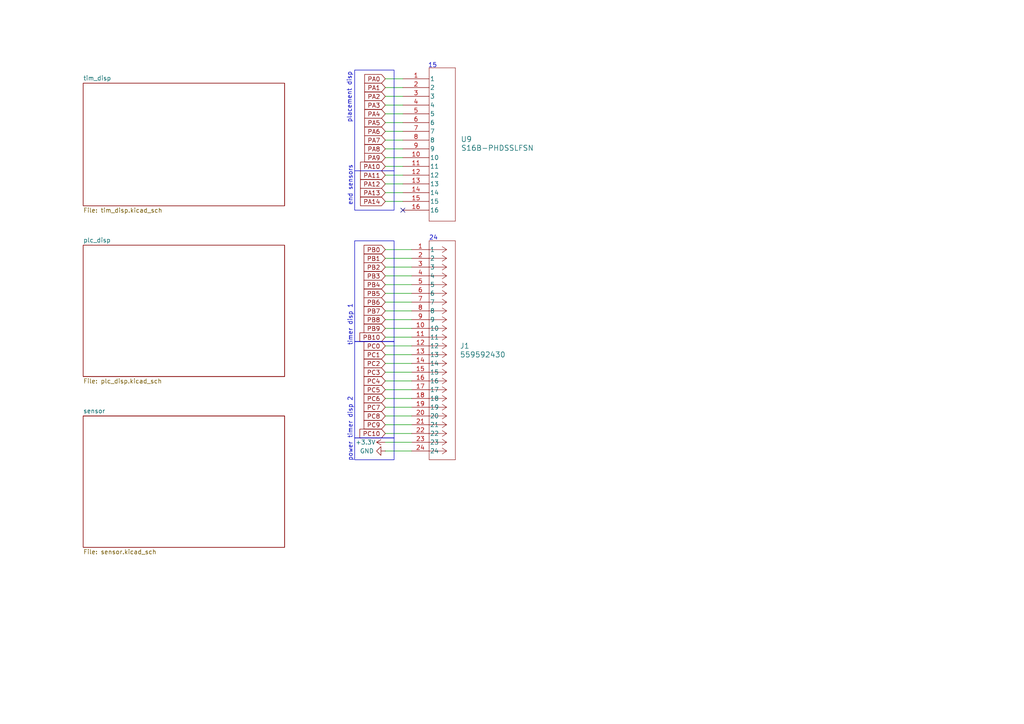
<source format=kicad_sch>
(kicad_sch (version 20231120) (generator "eeschema") (generator_version "8.0")
  (paper "A4")
  (lib_symbols
    (symbol "CONN HEADER 16POS 2MM:S16B-PHDSSLFSN" (pin_names (offset 0.254))
      (property "Reference" "U9" (at 8.636 8.128 0))
      (property "Value" "S16B-PHDSSLFSN" (at 8.636 5.588 0))
      (symbol "S16B-PHDSSLFSN_0_1"
        (polyline (pts (xy 7.62 -41.275) (xy 15.24 -41.275)) (stroke (width 0.127)))
        (polyline (pts (xy 7.62 3.175) (xy 7.62 -41.275)) (stroke (width 0.127)))
        (polyline (pts (xy 15.24 -41.275) (xy 15.24 3.175)) (stroke (width 0.127)))
        (polyline (pts (xy 15.24 3.175) (xy 7.62 3.175)) (stroke (width 0.127)))
        (pin unspecified line (at 0 0 0) (length 7.62) (name "1") (number "1"))
        (pin unspecified line (at 0 -22.86 0) (length 7.62) (name "10") (number "10"))
        (pin unspecified line (at 0 -25.4 0) (length 7.62) (name "11") (number "11"))
        (pin unspecified line (at 0 -27.94 0) (length 7.62) (name "12") (number "12"))
        (pin unspecified line (at 0 -30.48 0) (length 7.62) (name "13") (number "13"))
        (pin unspecified line (at 0 -33.02 0) (length 7.62) (name "14") (number "14"))
        (pin unspecified line (at 0 -35.56 0) (length 7.62) (name "15") (number "15"))
        (pin unspecified line (at 0 -38.1 0) (length 7.62) (name "16") (number "16"))
        (pin unspecified line (at 0 -2.54 0) (length 7.62) (name "2") (number "2"))
        (pin unspecified line (at 0 -5.08 0) (length 7.62) (name "3") (number "3"))
        (pin unspecified line (at 0 -7.62 0) (length 7.62) (name "4") (number "4"))
        (pin unspecified line (at 0 -10.16 0) (length 7.62) (name "5") (number "5"))
        (pin unspecified line (at 0 -12.7 0) (length 7.62) (name "6") (number "6"))
        (pin unspecified line (at 0 -15.24 0) (length 7.62) (name "7") (number "7"))
        (pin unspecified line (at 0 -17.78 0) (length 7.62) (name "8") (number "8"))
        (pin unspecified line (at 0 -20.32 0) (length 7.62) (name "9") (number "9"))
      )
    )
    (symbol "CONN HEADER 24POS 2MM:559592430" (pin_names (offset 0.254))
      (property "Reference" "J" (at 8.89 6.35 0))
      (property "Value" "559592430" (at 0 0 0))
      (symbol "559592430_1_1"
        (polyline (pts (xy 5.08 -60.96) (xy 12.7 -60.96)) (stroke (width 0.127)))
        (polyline (pts (xy 5.08 2.54) (xy 5.08 -60.96)) (stroke (width 0.127)))
        (polyline (pts (xy 10.16 -58.42) (xy 5.08 -58.42)) (stroke (width 0.127)))
        (polyline (pts (xy 10.16 -58.42) (xy 8.89 -59.2667)) (stroke (width 0.127)))
        (polyline (pts (xy 10.16 -58.42) (xy 8.89 -57.5733)) (stroke (width 0.127)))
        (polyline (pts (xy 10.16 -55.88) (xy 5.08 -55.88)) (stroke (width 0.127)))
        (polyline (pts (xy 10.16 -55.88) (xy 8.89 -56.7267)) (stroke (width 0.127)))
        (polyline (pts (xy 10.16 -55.88) (xy 8.89 -55.0333)) (stroke (width 0.127)))
        (polyline (pts (xy 10.16 -53.34) (xy 5.08 -53.34)) (stroke (width 0.127)))
        (polyline (pts (xy 10.16 -53.34) (xy 8.89 -54.1867)) (stroke (width 0.127)))
        (polyline (pts (xy 10.16 -53.34) (xy 8.89 -52.4933)) (stroke (width 0.127)))
        (polyline (pts (xy 10.16 -50.8) (xy 5.08 -50.8)) (stroke (width 0.127)))
        (polyline (pts (xy 10.16 -50.8) (xy 8.89 -51.6467)) (stroke (width 0.127)))
        (polyline (pts (xy 10.16 -50.8) (xy 8.89 -49.9533)) (stroke (width 0.127)))
        (polyline (pts (xy 10.16 -48.26) (xy 5.08 -48.26)) (stroke (width 0.127)))
        (polyline (pts (xy 10.16 -48.26) (xy 8.89 -49.1067)) (stroke (width 0.127)))
        (polyline (pts (xy 10.16 -48.26) (xy 8.89 -47.4133)) (stroke (width 0.127)))
        (polyline (pts (xy 10.16 -45.72) (xy 5.08 -45.72)) (stroke (width 0.127)))
        (polyline (pts (xy 10.16 -45.72) (xy 8.89 -46.5667)) (stroke (width 0.127)))
        (polyline (pts (xy 10.16 -45.72) (xy 8.89 -44.8733)) (stroke (width 0.127)))
        (polyline (pts (xy 10.16 -43.18) (xy 5.08 -43.18)) (stroke (width 0.127)))
        (polyline (pts (xy 10.16 -43.18) (xy 8.89 -44.0267)) (stroke (width 0.127)))
        (polyline (pts (xy 10.16 -43.18) (xy 8.89 -42.3333)) (stroke (width 0.127)))
        (polyline (pts (xy 10.16 -40.64) (xy 5.08 -40.64)) (stroke (width 0.127)))
        (polyline (pts (xy 10.16 -40.64) (xy 8.89 -41.4867)) (stroke (width 0.127)))
        (polyline (pts (xy 10.16 -40.64) (xy 8.89 -39.7933)) (stroke (width 0.127)))
        (polyline (pts (xy 10.16 -38.1) (xy 5.08 -38.1)) (stroke (width 0.127)))
        (polyline (pts (xy 10.16 -38.1) (xy 8.89 -38.9467)) (stroke (width 0.127)))
        (polyline (pts (xy 10.16 -38.1) (xy 8.89 -37.2533)) (stroke (width 0.127)))
        (polyline (pts (xy 10.16 -35.56) (xy 5.08 -35.56)) (stroke (width 0.127)))
        (polyline (pts (xy 10.16 -35.56) (xy 8.89 -36.4067)) (stroke (width 0.127)))
        (polyline (pts (xy 10.16 -35.56) (xy 8.89 -34.7133)) (stroke (width 0.127)))
        (polyline (pts (xy 10.16 -33.02) (xy 5.08 -33.02)) (stroke (width 0.127)))
        (polyline (pts (xy 10.16 -33.02) (xy 8.89 -33.8667)) (stroke (width 0.127)))
        (polyline (pts (xy 10.16 -33.02) (xy 8.89 -32.1733)) (stroke (width 0.127)))
        (polyline (pts (xy 10.16 -30.48) (xy 5.08 -30.48)) (stroke (width 0.127)))
        (polyline (pts (xy 10.16 -30.48) (xy 8.89 -31.3267)) (stroke (width 0.127)))
        (polyline (pts (xy 10.16 -30.48) (xy 8.89 -29.6333)) (stroke (width 0.127)))
        (polyline (pts (xy 10.16 -27.94) (xy 5.08 -27.94)) (stroke (width 0.127)))
        (polyline (pts (xy 10.16 -27.94) (xy 8.89 -28.7867)) (stroke (width 0.127)))
        (polyline (pts (xy 10.16 -27.94) (xy 8.89 -27.0933)) (stroke (width 0.127)))
        (polyline (pts (xy 10.16 -25.4) (xy 5.08 -25.4)) (stroke (width 0.127)))
        (polyline (pts (xy 10.16 -25.4) (xy 8.89 -26.2467)) (stroke (width 0.127)))
        (polyline (pts (xy 10.16 -25.4) (xy 8.89 -24.5533)) (stroke (width 0.127)))
        (polyline (pts (xy 10.16 -22.86) (xy 5.08 -22.86)) (stroke (width 0.127)))
        (polyline (pts (xy 10.16 -22.86) (xy 8.89 -23.7067)) (stroke (width 0.127)))
        (polyline (pts (xy 10.16 -22.86) (xy 8.89 -22.0133)) (stroke (width 0.127)))
        (polyline (pts (xy 10.16 -20.32) (xy 5.08 -20.32)) (stroke (width 0.127)))
        (polyline (pts (xy 10.16 -20.32) (xy 8.89 -21.1667)) (stroke (width 0.127)))
        (polyline (pts (xy 10.16 -20.32) (xy 8.89 -19.4733)) (stroke (width 0.127)))
        (polyline (pts (xy 10.16 -17.78) (xy 5.08 -17.78)) (stroke (width 0.127)))
        (polyline (pts (xy 10.16 -17.78) (xy 8.89 -18.6267)) (stroke (width 0.127)))
        (polyline (pts (xy 10.16 -17.78) (xy 8.89 -16.9333)) (stroke (width 0.127)))
        (polyline (pts (xy 10.16 -15.24) (xy 5.08 -15.24)) (stroke (width 0.127)))
        (polyline (pts (xy 10.16 -15.24) (xy 8.89 -16.0867)) (stroke (width 0.127)))
        (polyline (pts (xy 10.16 -15.24) (xy 8.89 -14.3933)) (stroke (width 0.127)))
        (polyline (pts (xy 10.16 -12.7) (xy 5.08 -12.7)) (stroke (width 0.127)))
        (polyline (pts (xy 10.16 -12.7) (xy 8.89 -13.5467)) (stroke (width 0.127)))
        (polyline (pts (xy 10.16 -12.7) (xy 8.89 -11.8533)) (stroke (width 0.127)))
        (polyline (pts (xy 10.16 -10.16) (xy 5.08 -10.16)) (stroke (width 0.127)))
        (polyline (pts (xy 10.16 -10.16) (xy 8.89 -11.0067)) (stroke (width 0.127)))
        (polyline (pts (xy 10.16 -10.16) (xy 8.89 -9.3133)) (stroke (width 0.127)))
        (polyline (pts (xy 10.16 -7.62) (xy 5.08 -7.62)) (stroke (width 0.127)))
        (polyline (pts (xy 10.16 -7.62) (xy 8.89 -8.4667)) (stroke (width 0.127)))
        (polyline (pts (xy 10.16 -7.62) (xy 8.89 -6.7733)) (stroke (width 0.127)))
        (polyline (pts (xy 10.16 -5.08) (xy 5.08 -5.08)) (stroke (width 0.127)))
        (polyline (pts (xy 10.16 -5.08) (xy 8.89 -5.9267)) (stroke (width 0.127)))
        (polyline (pts (xy 10.16 -5.08) (xy 8.89 -4.2333)) (stroke (width 0.127)))
        (polyline (pts (xy 10.16 -2.54) (xy 5.08 -2.54)) (stroke (width 0.127)))
        (polyline (pts (xy 10.16 -2.54) (xy 8.89 -3.3867)) (stroke (width 0.127)))
        (polyline (pts (xy 10.16 -2.54) (xy 8.89 -1.6933)) (stroke (width 0.127)))
        (polyline (pts (xy 10.16 0) (xy 5.08 0)) (stroke (width 0.127)))
        (polyline (pts (xy 10.16 0) (xy 8.89 -0.8467)) (stroke (width 0.127)))
        (polyline (pts (xy 10.16 0) (xy 8.89 0.8467)) (stroke (width 0.127)))
        (polyline (pts (xy 12.7 -60.96) (xy 12.7 2.54)) (stroke (width 0.127)))
        (polyline (pts (xy 12.7 2.54) (xy 5.08 2.54)) (stroke (width 0.127)))
        (pin unspecified line (at 0 0 0) (length 5.08) (name "1") (number "1"))
        (pin unspecified line (at 0 -22.86 0) (length 5.08) (name "10") (number "10"))
        (pin unspecified line (at 0 -25.4 0) (length 5.08) (name "11") (number "11"))
        (pin unspecified line (at 0 -27.94 0) (length 5.08) (name "12") (number "12"))
        (pin unspecified line (at 0 -30.48 0) (length 5.08) (name "13") (number "13"))
        (pin unspecified line (at 0 -33.02 0) (length 5.08) (name "14") (number "14"))
        (pin unspecified line (at 0 -35.56 0) (length 5.08) (name "15") (number "15"))
        (pin unspecified line (at 0 -38.1 0) (length 5.08) (name "16") (number "16"))
        (pin unspecified line (at 0 -40.64 0) (length 5.08) (name "17") (number "17"))
        (pin unspecified line (at 0 -43.18 0) (length 5.08) (name "18") (number "18"))
        (pin unspecified line (at 0 -45.72 0) (length 5.08) (name "19") (number "19"))
        (pin unspecified line (at 0 -2.54 0) (length 5.08) (name "2") (number "2"))
        (pin unspecified line (at 0 -48.26 0) (length 5.08) (name "20") (number "20"))
        (pin unspecified line (at 0 -50.8 0) (length 5.08) (name "21") (number "21"))
        (pin unspecified line (at 0 -53.34 0) (length 5.08) (name "22") (number "22"))
        (pin unspecified line (at 0 -55.88 0) (length 5.08) (name "23") (number "23"))
        (pin unspecified line (at 0 -58.42 0) (length 5.08) (name "24") (number "24"))
        (pin unspecified line (at 0 -5.08 0) (length 5.08) (name "3") (number "3"))
        (pin unspecified line (at 0 -7.62 0) (length 5.08) (name "4") (number "4"))
        (pin unspecified line (at 0 -10.16 0) (length 5.08) (name "5") (number "5"))
        (pin unspecified line (at 0 -12.7 0) (length 5.08) (name "6") (number "6"))
        (pin unspecified line (at 0 -15.24 0) (length 5.08) (name "7") (number "7"))
        (pin unspecified line (at 0 -17.78 0) (length 5.08) (name "8") (number "8"))
        (pin unspecified line (at 0 -20.32 0) (length 5.08) (name "9") (number "9"))
      )
      (symbol "559592430_1_2"
        (polyline (pts (xy 5.08 -60.96) (xy 12.7 -60.96)) (stroke (width 0.127)))
        (polyline (pts (xy 5.08 2.54) (xy 5.08 -60.96)) (stroke (width 0.127)))
        (polyline (pts (xy 7.62 -58.42) (xy 5.08 -58.42)) (stroke (width 0.127)))
        (polyline (pts (xy 7.62 -58.42) (xy 8.89 -59.2667)) (stroke (width 0.127)))
        (polyline (pts (xy 7.62 -58.42) (xy 8.89 -57.5733)) (stroke (width 0.127)))
        (polyline (pts (xy 7.62 -55.88) (xy 5.08 -55.88)) (stroke (width 0.127)))
        (polyline (pts (xy 7.62 -55.88) (xy 8.89 -56.7267)) (stroke (width 0.127)))
        (polyline (pts (xy 7.62 -55.88) (xy 8.89 -55.0333)) (stroke (width 0.127)))
        (polyline (pts (xy 7.62 -53.34) (xy 5.08 -53.34)) (stroke (width 0.127)))
        (polyline (pts (xy 7.62 -53.34) (xy 8.89 -54.1867)) (stroke (width 0.127)))
        (polyline (pts (xy 7.62 -53.34) (xy 8.89 -52.4933)) (stroke (width 0.127)))
        (polyline (pts (xy 7.62 -50.8) (xy 5.08 -50.8)) (stroke (width 0.127)))
        (polyline (pts (xy 7.62 -50.8) (xy 8.89 -51.6467)) (stroke (width 0.127)))
        (polyline (pts (xy 7.62 -50.8) (xy 8.89 -49.9533)) (stroke (width 0.127)))
        (polyline (pts (xy 7.62 -48.26) (xy 5.08 -48.26)) (stroke (width 0.127)))
        (polyline (pts (xy 7.62 -48.26) (xy 8.89 -49.1067)) (stroke (width 0.127)))
        (polyline (pts (xy 7.62 -48.26) (xy 8.89 -47.4133)) (stroke (width 0.127)))
        (polyline (pts (xy 7.62 -45.72) (xy 5.08 -45.72)) (stroke (width 0.127)))
        (polyline (pts (xy 7.62 -45.72) (xy 8.89 -46.5667)) (stroke (width 0.127)))
        (polyline (pts (xy 7.62 -45.72) (xy 8.89 -44.8733)) (stroke (width 0.127)))
        (polyline (pts (xy 7.62 -43.18) (xy 5.08 -43.18)) (stroke (width 0.127)))
        (polyline (pts (xy 7.62 -43.18) (xy 8.89 -44.0267)) (stroke (width 0.127)))
        (polyline (pts (xy 7.62 -43.18) (xy 8.89 -42.3333)) (stroke (width 0.127)))
        (polyline (pts (xy 7.62 -40.64) (xy 5.08 -40.64)) (stroke (width 0.127)))
        (polyline (pts (xy 7.62 -40.64) (xy 8.89 -41.4867)) (stroke (width 0.127)))
        (polyline (pts (xy 7.62 -40.64) (xy 8.89 -39.7933)) (stroke (width 0.127)))
        (polyline (pts (xy 7.62 -38.1) (xy 5.08 -38.1)) (stroke (width 0.127)))
        (polyline (pts (xy 7.62 -38.1) (xy 8.89 -38.9467)) (stroke (width 0.127)))
        (polyline (pts (xy 7.62 -38.1) (xy 8.89 -37.2533)) (stroke (width 0.127)))
        (polyline (pts (xy 7.62 -35.56) (xy 5.08 -35.56)) (stroke (width 0.127)))
        (polyline (pts (xy 7.62 -35.56) (xy 8.89 -36.4067)) (stroke (width 0.127)))
        (polyline (pts (xy 7.62 -35.56) (xy 8.89 -34.7133)) (stroke (width 0.127)))
        (polyline (pts (xy 7.62 -33.02) (xy 5.08 -33.02)) (stroke (width 0.127)))
        (polyline (pts (xy 7.62 -33.02) (xy 8.89 -33.8667)) (stroke (width 0.127)))
        (polyline (pts (xy 7.62 -33.02) (xy 8.89 -32.1733)) (stroke (width 0.127)))
        (polyline (pts (xy 7.62 -30.48) (xy 5.08 -30.48)) (stroke (width 0.127)))
        (polyline (pts (xy 7.62 -30.48) (xy 8.89 -31.3267)) (stroke (width 0.127)))
        (polyline (pts (xy 7.62 -30.48) (xy 8.89 -29.6333)) (stroke (width 0.127)))
        (polyline (pts (xy 7.62 -27.94) (xy 5.08 -27.94)) (stroke (width 0.127)))
        (polyline (pts (xy 7.62 -27.94) (xy 8.89 -28.7867)) (stroke (width 0.127)))
        (polyline (pts (xy 7.62 -27.94) (xy 8.89 -27.0933)) (stroke (width 0.127)))
        (polyline (pts (xy 7.62 -25.4) (xy 5.08 -25.4)) (stroke (width 0.127)))
        (polyline (pts (xy 7.62 -25.4) (xy 8.89 -26.2467)) (stroke (width 0.127)))
        (polyline (pts (xy 7.62 -25.4) (xy 8.89 -24.5533)) (stroke (width 0.127)))
        (polyline (pts (xy 7.62 -22.86) (xy 5.08 -22.86)) (stroke (width 0.127)))
        (polyline (pts (xy 7.62 -22.86) (xy 8.89 -23.7067)) (stroke (width 0.127)))
        (polyline (pts (xy 7.62 -22.86) (xy 8.89 -22.0133)) (stroke (width 0.127)))
        (polyline (pts (xy 7.62 -20.32) (xy 5.08 -20.32)) (stroke (width 0.127)))
        (polyline (pts (xy 7.62 -20.32) (xy 8.89 -21.1667)) (stroke (width 0.127)))
        (polyline (pts (xy 7.62 -20.32) (xy 8.89 -19.4733)) (stroke (width 0.127)))
        (polyline (pts (xy 7.62 -17.78) (xy 5.08 -17.78)) (stroke (width 0.127)))
        (polyline (pts (xy 7.62 -17.78) (xy 8.89 -18.6267)) (stroke (width 0.127)))
        (polyline (pts (xy 7.62 -17.78) (xy 8.89 -16.9333)) (stroke (width 0.127)))
        (polyline (pts (xy 7.62 -15.24) (xy 5.08 -15.24)) (stroke (width 0.127)))
        (polyline (pts (xy 7.62 -15.24) (xy 8.89 -16.0867)) (stroke (width 0.127)))
        (polyline (pts (xy 7.62 -15.24) (xy 8.89 -14.3933)) (stroke (width 0.127)))
        (polyline (pts (xy 7.62 -12.7) (xy 5.08 -12.7)) (stroke (width 0.127)))
        (polyline (pts (xy 7.62 -12.7) (xy 8.89 -13.5467)) (stroke (width 0.127)))
        (polyline (pts (xy 7.62 -12.7) (xy 8.89 -11.8533)) (stroke (width 0.127)))
        (polyline (pts (xy 7.62 -10.16) (xy 5.08 -10.16)) (stroke (width 0.127)))
        (polyline (pts (xy 7.62 -10.16) (xy 8.89 -11.0067)) (stroke (width 0.127)))
        (polyline (pts (xy 7.62 -10.16) (xy 8.89 -9.3133)) (stroke (width 0.127)))
        (polyline (pts (xy 7.62 -7.62) (xy 5.08 -7.62)) (stroke (width 0.127)))
        (polyline (pts (xy 7.62 -7.62) (xy 8.89 -8.4667)) (stroke (width 0.127)))
        (polyline (pts (xy 7.62 -7.62) (xy 8.89 -6.7733)) (stroke (width 0.127)))
        (polyline (pts (xy 7.62 -5.08) (xy 5.08 -5.08)) (stroke (width 0.127)))
        (polyline (pts (xy 7.62 -5.08) (xy 8.89 -5.9267)) (stroke (width 0.127)))
        (polyline (pts (xy 7.62 -5.08) (xy 8.89 -4.2333)) (stroke (width 0.127)))
        (polyline (pts (xy 7.62 -2.54) (xy 5.08 -2.54)) (stroke (width 0.127)))
        (polyline (pts (xy 7.62 -2.54) (xy 8.89 -3.3867)) (stroke (width 0.127)))
        (polyline (pts (xy 7.62 -2.54) (xy 8.89 -1.6933)) (stroke (width 0.127)))
        (polyline (pts (xy 7.62 0) (xy 5.08 0)) (stroke (width 0.127)))
        (polyline (pts (xy 7.62 0) (xy 8.89 -0.8467)) (stroke (width 0.127)))
        (polyline (pts (xy 7.62 0) (xy 8.89 0.8467)) (stroke (width 0.127)))
        (polyline (pts (xy 12.7 -60.96) (xy 12.7 2.54)) (stroke (width 0.127)))
        (polyline (pts (xy 12.7 2.54) (xy 5.08 2.54)) (stroke (width 0.127)))
        (pin unspecified line (at 0 0 0) (length 5.08) (name "1") (number "1"))
        (pin unspecified line (at 0 -22.86 0) (length 5.08) (name "10") (number "10"))
        (pin unspecified line (at 0 -25.4 0) (length 5.08) (name "11") (number "11"))
        (pin unspecified line (at 0 -27.94 0) (length 5.08) (name "12") (number "12"))
        (pin unspecified line (at 0 -30.48 0) (length 5.08) (name "13") (number "13"))
        (pin unspecified line (at 0 -33.02 0) (length 5.08) (name "14") (number "14"))
        (pin unspecified line (at 0 -35.56 0) (length 5.08) (name "15") (number "15"))
        (pin unspecified line (at 0 -38.1 0) (length 5.08) (name "16") (number "16"))
        (pin unspecified line (at 0 -40.64 0) (length 5.08) (name "17") (number "17"))
        (pin unspecified line (at 0 -43.18 0) (length 5.08) (name "18") (number "18"))
        (pin unspecified line (at 0 -45.72 0) (length 5.08) (name "19") (number "19"))
        (pin unspecified line (at 0 -2.54 0) (length 5.08) (name "2") (number "2"))
        (pin unspecified line (at 0 -48.26 0) (length 5.08) (name "20") (number "20"))
        (pin unspecified line (at 0 -50.8 0) (length 5.08) (name "21") (number "21"))
        (pin unspecified line (at 0 -53.34 0) (length 5.08) (name "22") (number "22"))
        (pin unspecified line (at 0 -55.88 0) (length 5.08) (name "23") (number "23"))
        (pin unspecified line (at 0 -58.42 0) (length 5.08) (name "24") (number "24"))
        (pin unspecified line (at 0 -5.08 0) (length 5.08) (name "3") (number "3"))
        (pin unspecified line (at 0 -7.62 0) (length 5.08) (name "4") (number "4"))
        (pin unspecified line (at 0 -10.16 0) (length 5.08) (name "5") (number "5"))
        (pin unspecified line (at 0 -12.7 0) (length 5.08) (name "6") (number "6"))
        (pin unspecified line (at 0 -15.24 0) (length 5.08) (name "7") (number "7"))
        (pin unspecified line (at 0 -17.78 0) (length 5.08) (name "8") (number "8"))
        (pin unspecified line (at 0 -20.32 0) (length 5.08) (name "9") (number "9"))
      )
    )
    (symbol "power:+3.3V" (power) (pin_numbers hide) (pin_names (offset 0) hide)
      (property "Value" "+3.3V" (at 0 3.556 0))
      (symbol "+3.3V_0_1"
        (polyline (pts (xy -0.762 1.27) (xy 0 2.54)))
        (polyline (pts (xy 0 0) (xy 0 2.54)))
        (polyline (pts (xy 0 2.54) (xy 0.762 1.27)))
      )
      (symbol "+3.3V_1_1"
        (pin power_in line (at 0 0 90) (length 0) (name "~") (number "1"))
      )
    )
    (symbol "power:GND" (power) (pin_numbers hide) (pin_names (offset 0) hide)
      (property "Value" "GND" (at 0 -3.81 0))
      (symbol "GND_0_1"
        (polyline (pts (xy 0 0) (xy 0 -1.27) (xy 1.27 -1.27) (xy 0 -2.54) (xy -1.27 -1.27) (xy 0 -1.27)))
      )
      (symbol "GND_1_1"
        (pin power_in line (at 0 0 270) (length 0) (name "~") (number "1"))
      )
    )
  )
  (no_connect (at 116.84 60.96))
  (wire (pts (xy 111.76 120.65) (xy 119.38 120.65)))
  (wire (pts (xy 111.76 95.25) (xy 119.38 95.25)))
  (wire (pts (xy 111.76 77.47) (xy 119.38 77.47)))
  (wire (pts (xy 116.84 30.48) (xy 111.76 30.48)))
  (wire (pts (xy 111.76 128.27) (xy 119.38 128.27)))
  (wire (pts (xy 111.76 123.19) (xy 119.38 123.19)))
  (wire (pts (xy 111.76 92.71) (xy 119.38 92.71)))
  (wire (pts (xy 116.84 33.02) (xy 111.76 33.02)))
  (wire (pts (xy 111.76 100.33) (xy 119.38 100.33)))
  (wire (pts (xy 111.76 90.17) (xy 119.38 90.17)))
  (wire (pts (xy 111.76 105.41) (xy 119.38 105.41)))
  (wire (pts (xy 116.84 35.56) (xy 111.76 35.56)))
  (wire (pts (xy 111.76 97.79) (xy 119.38 97.79)))
  (wire (pts (xy 111.76 80.01) (xy 119.38 80.01)))
  (wire (pts (xy 111.76 130.81) (xy 119.38 130.81)))
  (wire (pts (xy 111.76 72.39) (xy 119.38 72.39)))
  (wire (pts (xy 111.76 82.55) (xy 119.38 82.55)))
  (wire (pts (xy 111.76 125.73) (xy 119.38 125.73)))
  (wire (pts (xy 116.84 55.88) (xy 111.76 55.88)))
  (wire (pts (xy 111.76 107.95) (xy 119.38 107.95)))
  (wire (pts (xy 116.84 25.4) (xy 111.76 25.4)))
  (wire (pts (xy 111.76 85.09) (xy 119.38 85.09)))
  (wire (pts (xy 111.76 74.93) (xy 119.38 74.93)))
  (wire (pts (xy 116.84 50.8) (xy 111.76 50.8)))
  (wire (pts (xy 116.84 40.64) (xy 111.76 40.64)))
  (wire (pts (xy 116.84 45.72) (xy 111.76 45.72)))
  (wire (pts (xy 116.84 22.86) (xy 111.76 22.86)))
  (wire (pts (xy 111.76 87.63) (xy 119.38 87.63)))
  (wire (pts (xy 111.76 113.03) (xy 119.38 113.03)))
  (wire (pts (xy 116.84 48.26) (xy 111.76 48.26)))
  (wire (pts (xy 111.76 118.11) (xy 119.38 118.11)))
  (wire (pts (xy 111.76 110.49) (xy 119.38 110.49)))
  (wire (pts (xy 116.84 43.18) (xy 111.76 43.18)))
  (wire (pts (xy 111.76 102.87) (xy 119.38 102.87)))
  (wire (pts (xy 116.84 58.42) (xy 111.76 58.42)))
  (wire (pts (xy 116.84 27.94) (xy 111.76 27.94)))
  (wire (pts (xy 116.84 38.1) (xy 111.76 38.1)))
  (wire (pts (xy 116.84 53.34) (xy 111.76 53.34)))
  (wire (pts (xy 111.76 115.57) (xy 119.38 115.57)))
  (rectangle (start 102.87 69.85) (end 114.3 99.06))
  (rectangle (start 102.87 99.06) (end 114.3 127))
  (rectangle (start 102.87 49.53) (end 114.3 60.96))
  (rectangle (start 102.87 20.32) (end 114.3 49.53))
  (rectangle (start 102.87 127) (end 114.3 133.35))
  (text "power\n" (at 101.6 133.858 90) (effects (font (size 1.27 1.27)) (justify left)))
  (text "timer disp 2\n\n" (at 102.616 127.254 90) (effects (font (size 1.27 1.27)) (justify left)))
  (text "end sensors\n" (at 101.6 59.69 90) (effects (font (size 1.27 1.27)) (justify left)))
  (text "15" (at 125.476 19.05 0) (effects (font (size 1.27 1.27))))
  (text "24\n" (at 125.73 69.088 0) (effects (font (size 1.27 1.27))))
  (text "placement disp\n" (at 101.346 20.828 90) (effects (font (size 1.27 1.27)) (justify right)))
  (text "timer disp 1\n" (at 101.6 100.33 90) (effects (font (size 1.27 1.27)) (justify left)))
  (global_label "PA11" (shape input) (at 111.76 50.8 180) (property "Intersheetrefs" "${INTERSHEET_REFS}" (effects (hide yes))))
  (global_label "PC4" (shape input) (at 111.76 110.49 180) (property "Intersheetrefs" "${INTERSHEET_REFS}" (effects (hide yes))))
  (global_label "PB7" (shape input) (at 111.76 90.17 180) (property "Intersheetrefs" "${INTERSHEET_REFS}" (effects (hide yes))))
  (global_label "PA8" (shape input) (at 111.76 43.18 180) (property "Intersheetrefs" "${INTERSHEET_REFS}" (effects (hide yes))))
  (global_label "PA6" (shape input) (at 111.76 38.1 180) (property "Intersheetrefs" "${INTERSHEET_REFS}" (effects (hide yes))))
  (global_label "PA4" (shape input) (at 111.76 33.02 180) (property "Intersheetrefs" "${INTERSHEET_REFS}" (effects (hide yes))))
  (global_label "PA3" (shape input) (at 111.76 30.48 180) (property "Intersheetrefs" "${INTERSHEET_REFS}" (effects (hide yes))))
  (global_label "PA12" (shape input) (at 111.76 53.34 180) (property "Intersheetrefs" "${INTERSHEET_REFS}" (effects (hide yes))))
  (global_label "PC9" (shape input) (at 111.76 123.19 180) (property "Intersheetrefs" "${INTERSHEET_REFS}" (effects (hide yes))))
  (global_label "PB1" (shape input) (at 111.76 74.93 180) (property "Intersheetrefs" "${INTERSHEET_REFS}" (effects (hide yes))))
  (global_label "PC10" (shape input) (at 111.76 125.73 180) (property "Intersheetrefs" "${INTERSHEET_REFS}" (effects (hide yes))))
  (global_label "PB5" (shape input) (at 111.76 85.09 180) (property "Intersheetrefs" "${INTERSHEET_REFS}" (effects (hide yes))))
  (global_label "PC0" (shape input) (at 111.76 100.33 180) (property "Intersheetrefs" "${INTERSHEET_REFS}" (effects (hide yes))))
  (global_label "PB10" (shape input) (at 111.76 97.79 180) (property "Intersheetrefs" "${INTERSHEET_REFS}" (effects (hide yes))))
  (global_label "PB4" (shape input) (at 111.76 82.55 180) (property "Intersheetrefs" "${INTERSHEET_REFS}" (effects (hide yes))))
  (global_label "PC5" (shape input) (at 111.76 113.03 180) (property "Intersheetrefs" "${INTERSHEET_REFS}" (effects (hide yes))))
  (global_label "PC8" (shape input) (at 111.76 120.65 180) (property "Intersheetrefs" "${INTERSHEET_REFS}" (effects (hide yes))))
  (global_label "PA1" (shape input) (at 111.76 25.4 180) (property "Intersheetrefs" "${INTERSHEET_REFS}" (effects (hide yes))))
  (global_label "PB9" (shape input) (at 111.76 95.25 180) (property "Intersheetrefs" "${INTERSHEET_REFS}" (effects (hide yes))))
  (global_label "PB0" (shape input) (at 111.76 72.39 180) (property "Intersheetrefs" "${INTERSHEET_REFS}" (effects (hide yes))))
  (global_label "PC1" (shape input) (at 111.76 102.87 180) (property "Intersheetrefs" "${INTERSHEET_REFS}" (effects (hide yes))))
  (global_label "PA13" (shape input) (at 111.76 55.88 180) (property "Intersheetrefs" "${INTERSHEET_REFS}" (effects (hide yes))))
  (global_label "PA10" (shape input) (at 111.76 48.26 180) (property "Intersheetrefs" "${INTERSHEET_REFS}" (effects (hide yes))))
  (global_label "PA2" (shape input) (at 111.76 27.94 180) (property "Intersheetrefs" "${INTERSHEET_REFS}" (effects (hide yes))))
  (global_label "PC2" (shape input) (at 111.76 105.41 180) (property "Intersheetrefs" "${INTERSHEET_REFS}" (effects (hide yes))))
  (global_label "PC7" (shape input) (at 111.76 118.11 180) (property "Intersheetrefs" "${INTERSHEET_REFS}" (effects (hide yes))))
  (global_label "PB8" (shape input) (at 111.76 92.71 180) (property "Intersheetrefs" "${INTERSHEET_REFS}" (effects (hide yes))))
  (global_label "PC3" (shape input) (at 111.76 107.95 180) (property "Intersheetrefs" "${INTERSHEET_REFS}" (effects (hide yes))))
  (global_label "PA7" (shape input) (at 111.76 40.64 180) (property "Intersheetrefs" "${INTERSHEET_REFS}" (effects (hide yes))))
  (global_label "PB6" (shape input) (at 111.76 87.63 180) (property "Intersheetrefs" "${INTERSHEET_REFS}" (effects (hide yes))))
  (global_label "PA0" (shape input) (at 111.76 22.86 180) (property "Intersheetrefs" "${INTERSHEET_REFS}" (effects (hide yes))))
  (global_label "PC6" (shape input) (at 111.76 115.57 180) (property "Intersheetrefs" "${INTERSHEET_REFS}" (effects (hide yes))))
  (global_label "PA9" (shape input) (at 111.76 45.72 180) (property "Intersheetrefs" "${INTERSHEET_REFS}" (effects (hide yes))))
  (global_label "PA5" (shape input) (at 111.76 35.56 180) (property "Intersheetrefs" "${INTERSHEET_REFS}" (effects (hide yes))))
  (global_label "PB2" (shape input) (at 111.76 77.47 180) (property "Intersheetrefs" "${INTERSHEET_REFS}" (effects (hide yes))))
  (global_label "PA14" (shape input) (at 111.76 58.42 180) (property "Intersheetrefs" "${INTERSHEET_REFS}" (effects (hide yes))))
  (global_label "PB3" (shape input) (at 111.76 80.01 180) (property "Intersheetrefs" "${INTERSHEET_REFS}" (effects (hide yes))))
  (symbol (lib_id "power:+3.3V") (at 111.76 128.27 90) (unit 1)
    (property "Reference" "#PWR049" (effects (hide yes)))
    (property "Value" "+3.3V" (at 108.966 128.27 90) (effects (justify left)))
    (property "Description" "Power symbol creates a global label with name \"+3.3V\"" (effects (hide yes)))
  )
  (symbol (lib_id "CONN HEADER 24POS 2MM:559592430") (at 119.38 72.39 0) (unit 1)
    (property "Reference" "J1" (at 133.35 100.3299 0) (effects (font (size 1.524 1.524)) (justify left)))
    (property "Value" "559592430" (at 133.35 102.8699 0) (effects (font (size 1.524 1.524)) (justify left)))
    (property "Footprint" "24pos 2mm:CONN24_559592430_MOL" (effects (hide yes)))
    (property "Datasheet" "https://www.molex.com/en-us/products/part-detail-pdf/559592430?display=pdf" (effects (hide yes)))
  )
  (symbol (lib_id "power:GND") (at 111.76 130.81 270) (unit 1)
    (property "Reference" "#PWR050" (effects (hide yes)))
    (property "Value" "GND" (at 108.458 130.81 90) (effects (justify right)))
    (property "Description" "Power symbol creates a global label with name \"GND\" , ground" (effects (hide yes)))
  )
  (symbol (lib_id "CONN HEADER 16POS 2MM:S16B-PHDSSLFSN") (at 116.84 22.86 0) (unit 1)
    (property "Reference" "U9" (at 133.604 40.386 0) (effects (font (size 1.524 1.524)) (justify left)))
    (property "Value" "S16B-PHDSSLFSN" (at 144.272 42.926 0) (effects (font (size 1.524 1.524))))
    (property "Footprint" "16pos 2mm:S16B-PHDSSLFSN_JST" (effects (hide yes)))
    (property "Datasheet" "S16B-PHDSSLFSN" (effects (hide yes)))
  )
  (sheet (at 24.13 71.12) (size 58.42 38.1) (stroke (width 0.1524))
    (property "Sheetname" "plc_disp" (at 24.13 70.4084 0) (effects (justify left bottom)))
    (property "Sheetfile" "plc_disp.kicad_sch" (at 24.13 109.8046 0) (effects (justify left top)))
  )
  (sheet (at 24.13 120.65) (size 58.42 38.1) (stroke (width 0.1524))
    (property "Sheetname" "sensor" (at 24.13 119.9384 0) (effects (justify left bottom)))
    (property "Sheetfile" "sensor.kicad_sch" (at 24.13 159.3346 0) (effects (justify left top)))
  )
  (sheet (at 24.13 24.13) (size 58.42 35.56) (stroke (width 0.1524))
    (property "Sheetname" "tim_disp" (at 24.13 23.4184 0) (effects (justify left bottom)))
    (property "Sheetfile" "tim_disp.kicad_sch" (at 24.13 60.2746 0) (effects (justify left top)))
  )
)
</source>
